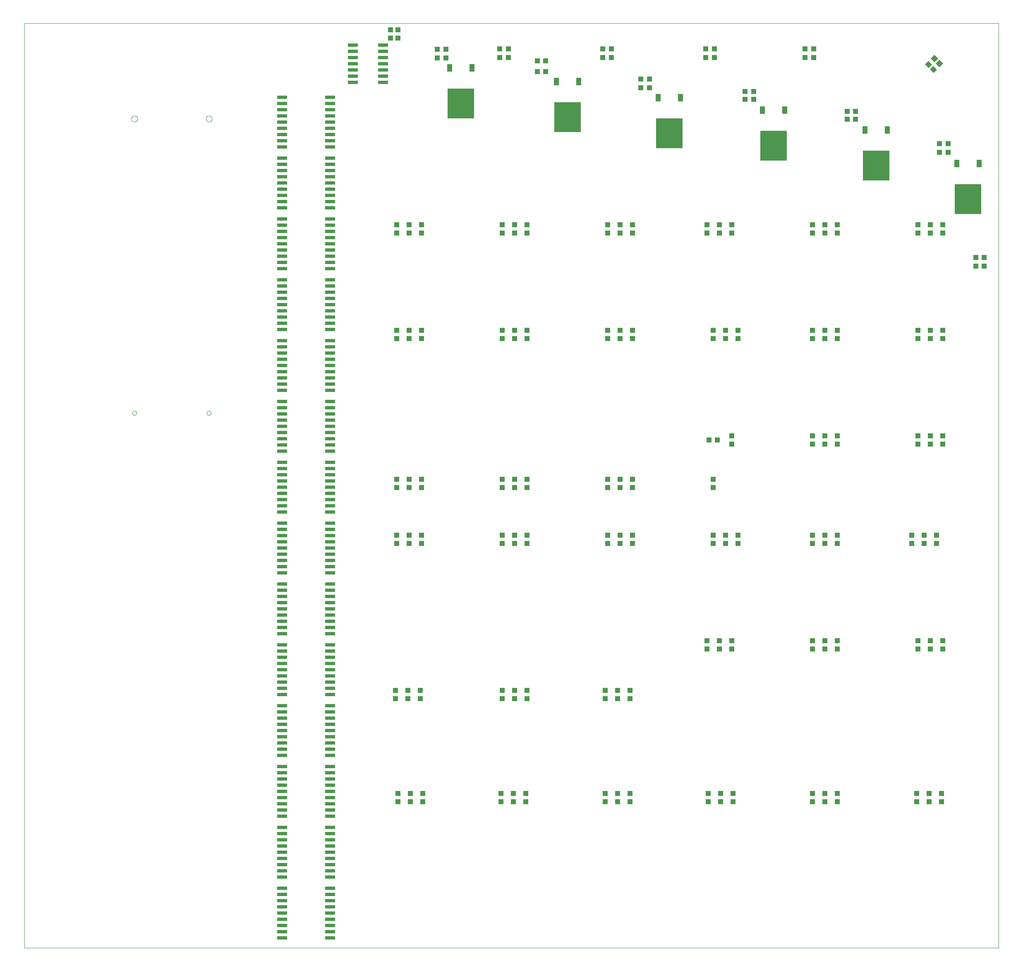
<source format=gtp>
G75*
%MOIN*%
%OFA0B0*%
%FSLAX25Y25*%
%IPPOS*%
%LPD*%
%AMOC8*
5,1,8,0,0,1.08239X$1,22.5*
%
%ADD10C,0.00000*%
%ADD11R,0.04331X0.03937*%
%ADD12R,0.08000X0.02600*%
%ADD13R,0.03937X0.04331*%
%ADD14R,0.21260X0.24409*%
%ADD15R,0.03937X0.06299*%
%ADD16R,0.04134X0.04252*%
%ADD17R,0.04252X0.04134*%
D10*
X0001800Y0001800D02*
X0001800Y0746548D01*
X0786879Y0746548D01*
X0786879Y0001800D01*
X0001800Y0001800D01*
X0088796Y0432540D02*
X0088798Y0432621D01*
X0088804Y0432703D01*
X0088814Y0432784D01*
X0088828Y0432864D01*
X0088845Y0432943D01*
X0088867Y0433022D01*
X0088892Y0433099D01*
X0088921Y0433176D01*
X0088954Y0433250D01*
X0088991Y0433323D01*
X0089030Y0433394D01*
X0089074Y0433463D01*
X0089120Y0433530D01*
X0089170Y0433594D01*
X0089223Y0433656D01*
X0089279Y0433716D01*
X0089337Y0433772D01*
X0089399Y0433826D01*
X0089463Y0433877D01*
X0089529Y0433924D01*
X0089597Y0433968D01*
X0089668Y0434009D01*
X0089740Y0434046D01*
X0089815Y0434080D01*
X0089890Y0434110D01*
X0089968Y0434136D01*
X0090046Y0434159D01*
X0090125Y0434177D01*
X0090205Y0434192D01*
X0090286Y0434203D01*
X0090367Y0434210D01*
X0090449Y0434213D01*
X0090530Y0434212D01*
X0090611Y0434207D01*
X0090692Y0434198D01*
X0090773Y0434185D01*
X0090853Y0434168D01*
X0090931Y0434148D01*
X0091009Y0434123D01*
X0091086Y0434095D01*
X0091161Y0434063D01*
X0091234Y0434028D01*
X0091305Y0433989D01*
X0091375Y0433946D01*
X0091442Y0433901D01*
X0091508Y0433852D01*
X0091570Y0433800D01*
X0091630Y0433744D01*
X0091687Y0433686D01*
X0091742Y0433626D01*
X0091793Y0433562D01*
X0091841Y0433497D01*
X0091886Y0433429D01*
X0091928Y0433359D01*
X0091966Y0433287D01*
X0092001Y0433213D01*
X0092032Y0433138D01*
X0092059Y0433061D01*
X0092082Y0432983D01*
X0092102Y0432904D01*
X0092118Y0432824D01*
X0092130Y0432743D01*
X0092138Y0432662D01*
X0092142Y0432581D01*
X0092142Y0432499D01*
X0092138Y0432418D01*
X0092130Y0432337D01*
X0092118Y0432256D01*
X0092102Y0432176D01*
X0092082Y0432097D01*
X0092059Y0432019D01*
X0092032Y0431942D01*
X0092001Y0431867D01*
X0091966Y0431793D01*
X0091928Y0431721D01*
X0091886Y0431651D01*
X0091841Y0431583D01*
X0091793Y0431518D01*
X0091742Y0431454D01*
X0091687Y0431394D01*
X0091630Y0431336D01*
X0091570Y0431280D01*
X0091508Y0431228D01*
X0091442Y0431179D01*
X0091375Y0431134D01*
X0091306Y0431091D01*
X0091234Y0431052D01*
X0091161Y0431017D01*
X0091086Y0430985D01*
X0091009Y0430957D01*
X0090931Y0430932D01*
X0090853Y0430912D01*
X0090773Y0430895D01*
X0090692Y0430882D01*
X0090611Y0430873D01*
X0090530Y0430868D01*
X0090449Y0430867D01*
X0090367Y0430870D01*
X0090286Y0430877D01*
X0090205Y0430888D01*
X0090125Y0430903D01*
X0090046Y0430921D01*
X0089968Y0430944D01*
X0089890Y0430970D01*
X0089815Y0431000D01*
X0089740Y0431034D01*
X0089668Y0431071D01*
X0089597Y0431112D01*
X0089529Y0431156D01*
X0089463Y0431203D01*
X0089399Y0431254D01*
X0089337Y0431308D01*
X0089279Y0431364D01*
X0089223Y0431424D01*
X0089170Y0431486D01*
X0089120Y0431550D01*
X0089074Y0431617D01*
X0089030Y0431686D01*
X0088991Y0431757D01*
X0088954Y0431830D01*
X0088921Y0431904D01*
X0088892Y0431981D01*
X0088867Y0432058D01*
X0088845Y0432137D01*
X0088828Y0432216D01*
X0088814Y0432296D01*
X0088804Y0432377D01*
X0088798Y0432459D01*
X0088796Y0432540D01*
X0148796Y0432540D02*
X0148798Y0432621D01*
X0148804Y0432703D01*
X0148814Y0432784D01*
X0148828Y0432864D01*
X0148845Y0432943D01*
X0148867Y0433022D01*
X0148892Y0433099D01*
X0148921Y0433176D01*
X0148954Y0433250D01*
X0148991Y0433323D01*
X0149030Y0433394D01*
X0149074Y0433463D01*
X0149120Y0433530D01*
X0149170Y0433594D01*
X0149223Y0433656D01*
X0149279Y0433716D01*
X0149337Y0433772D01*
X0149399Y0433826D01*
X0149463Y0433877D01*
X0149529Y0433924D01*
X0149597Y0433968D01*
X0149668Y0434009D01*
X0149740Y0434046D01*
X0149815Y0434080D01*
X0149890Y0434110D01*
X0149968Y0434136D01*
X0150046Y0434159D01*
X0150125Y0434177D01*
X0150205Y0434192D01*
X0150286Y0434203D01*
X0150367Y0434210D01*
X0150449Y0434213D01*
X0150530Y0434212D01*
X0150611Y0434207D01*
X0150692Y0434198D01*
X0150773Y0434185D01*
X0150853Y0434168D01*
X0150931Y0434148D01*
X0151009Y0434123D01*
X0151086Y0434095D01*
X0151161Y0434063D01*
X0151234Y0434028D01*
X0151305Y0433989D01*
X0151375Y0433946D01*
X0151442Y0433901D01*
X0151508Y0433852D01*
X0151570Y0433800D01*
X0151630Y0433744D01*
X0151687Y0433686D01*
X0151742Y0433626D01*
X0151793Y0433562D01*
X0151841Y0433497D01*
X0151886Y0433429D01*
X0151928Y0433359D01*
X0151966Y0433287D01*
X0152001Y0433213D01*
X0152032Y0433138D01*
X0152059Y0433061D01*
X0152082Y0432983D01*
X0152102Y0432904D01*
X0152118Y0432824D01*
X0152130Y0432743D01*
X0152138Y0432662D01*
X0152142Y0432581D01*
X0152142Y0432499D01*
X0152138Y0432418D01*
X0152130Y0432337D01*
X0152118Y0432256D01*
X0152102Y0432176D01*
X0152082Y0432097D01*
X0152059Y0432019D01*
X0152032Y0431942D01*
X0152001Y0431867D01*
X0151966Y0431793D01*
X0151928Y0431721D01*
X0151886Y0431651D01*
X0151841Y0431583D01*
X0151793Y0431518D01*
X0151742Y0431454D01*
X0151687Y0431394D01*
X0151630Y0431336D01*
X0151570Y0431280D01*
X0151508Y0431228D01*
X0151442Y0431179D01*
X0151375Y0431134D01*
X0151306Y0431091D01*
X0151234Y0431052D01*
X0151161Y0431017D01*
X0151086Y0430985D01*
X0151009Y0430957D01*
X0150931Y0430932D01*
X0150853Y0430912D01*
X0150773Y0430895D01*
X0150692Y0430882D01*
X0150611Y0430873D01*
X0150530Y0430868D01*
X0150449Y0430867D01*
X0150367Y0430870D01*
X0150286Y0430877D01*
X0150205Y0430888D01*
X0150125Y0430903D01*
X0150046Y0430921D01*
X0149968Y0430944D01*
X0149890Y0430970D01*
X0149815Y0431000D01*
X0149740Y0431034D01*
X0149668Y0431071D01*
X0149597Y0431112D01*
X0149529Y0431156D01*
X0149463Y0431203D01*
X0149399Y0431254D01*
X0149337Y0431308D01*
X0149279Y0431364D01*
X0149223Y0431424D01*
X0149170Y0431486D01*
X0149120Y0431550D01*
X0149074Y0431617D01*
X0149030Y0431686D01*
X0148991Y0431757D01*
X0148954Y0431830D01*
X0148921Y0431904D01*
X0148892Y0431981D01*
X0148867Y0432058D01*
X0148845Y0432137D01*
X0148828Y0432216D01*
X0148814Y0432296D01*
X0148804Y0432377D01*
X0148798Y0432459D01*
X0148796Y0432540D01*
X0148008Y0669548D02*
X0148010Y0669647D01*
X0148016Y0669746D01*
X0148026Y0669845D01*
X0148040Y0669943D01*
X0148058Y0670040D01*
X0148080Y0670137D01*
X0148105Y0670233D01*
X0148135Y0670327D01*
X0148168Y0670421D01*
X0148205Y0670513D01*
X0148246Y0670603D01*
X0148290Y0670692D01*
X0148338Y0670778D01*
X0148389Y0670863D01*
X0148444Y0670946D01*
X0148502Y0671026D01*
X0148563Y0671104D01*
X0148627Y0671180D01*
X0148694Y0671253D01*
X0148764Y0671323D01*
X0148837Y0671390D01*
X0148913Y0671454D01*
X0148991Y0671515D01*
X0149071Y0671573D01*
X0149154Y0671628D01*
X0149238Y0671679D01*
X0149325Y0671727D01*
X0149414Y0671771D01*
X0149504Y0671812D01*
X0149596Y0671849D01*
X0149690Y0671882D01*
X0149784Y0671912D01*
X0149880Y0671937D01*
X0149977Y0671959D01*
X0150074Y0671977D01*
X0150172Y0671991D01*
X0150271Y0672001D01*
X0150370Y0672007D01*
X0150469Y0672009D01*
X0150568Y0672007D01*
X0150667Y0672001D01*
X0150766Y0671991D01*
X0150864Y0671977D01*
X0150961Y0671959D01*
X0151058Y0671937D01*
X0151154Y0671912D01*
X0151248Y0671882D01*
X0151342Y0671849D01*
X0151434Y0671812D01*
X0151524Y0671771D01*
X0151613Y0671727D01*
X0151699Y0671679D01*
X0151784Y0671628D01*
X0151867Y0671573D01*
X0151947Y0671515D01*
X0152025Y0671454D01*
X0152101Y0671390D01*
X0152174Y0671323D01*
X0152244Y0671253D01*
X0152311Y0671180D01*
X0152375Y0671104D01*
X0152436Y0671026D01*
X0152494Y0670946D01*
X0152549Y0670863D01*
X0152600Y0670779D01*
X0152648Y0670692D01*
X0152692Y0670603D01*
X0152733Y0670513D01*
X0152770Y0670421D01*
X0152803Y0670327D01*
X0152833Y0670233D01*
X0152858Y0670137D01*
X0152880Y0670040D01*
X0152898Y0669943D01*
X0152912Y0669845D01*
X0152922Y0669746D01*
X0152928Y0669647D01*
X0152930Y0669548D01*
X0152928Y0669449D01*
X0152922Y0669350D01*
X0152912Y0669251D01*
X0152898Y0669153D01*
X0152880Y0669056D01*
X0152858Y0668959D01*
X0152833Y0668863D01*
X0152803Y0668769D01*
X0152770Y0668675D01*
X0152733Y0668583D01*
X0152692Y0668493D01*
X0152648Y0668404D01*
X0152600Y0668318D01*
X0152549Y0668233D01*
X0152494Y0668150D01*
X0152436Y0668070D01*
X0152375Y0667992D01*
X0152311Y0667916D01*
X0152244Y0667843D01*
X0152174Y0667773D01*
X0152101Y0667706D01*
X0152025Y0667642D01*
X0151947Y0667581D01*
X0151867Y0667523D01*
X0151784Y0667468D01*
X0151700Y0667417D01*
X0151613Y0667369D01*
X0151524Y0667325D01*
X0151434Y0667284D01*
X0151342Y0667247D01*
X0151248Y0667214D01*
X0151154Y0667184D01*
X0151058Y0667159D01*
X0150961Y0667137D01*
X0150864Y0667119D01*
X0150766Y0667105D01*
X0150667Y0667095D01*
X0150568Y0667089D01*
X0150469Y0667087D01*
X0150370Y0667089D01*
X0150271Y0667095D01*
X0150172Y0667105D01*
X0150074Y0667119D01*
X0149977Y0667137D01*
X0149880Y0667159D01*
X0149784Y0667184D01*
X0149690Y0667214D01*
X0149596Y0667247D01*
X0149504Y0667284D01*
X0149414Y0667325D01*
X0149325Y0667369D01*
X0149239Y0667417D01*
X0149154Y0667468D01*
X0149071Y0667523D01*
X0148991Y0667581D01*
X0148913Y0667642D01*
X0148837Y0667706D01*
X0148764Y0667773D01*
X0148694Y0667843D01*
X0148627Y0667916D01*
X0148563Y0667992D01*
X0148502Y0668070D01*
X0148444Y0668150D01*
X0148389Y0668233D01*
X0148338Y0668317D01*
X0148290Y0668404D01*
X0148246Y0668493D01*
X0148205Y0668583D01*
X0148168Y0668675D01*
X0148135Y0668769D01*
X0148105Y0668863D01*
X0148080Y0668959D01*
X0148058Y0669056D01*
X0148040Y0669153D01*
X0148026Y0669251D01*
X0148016Y0669350D01*
X0148010Y0669449D01*
X0148008Y0669548D01*
X0088008Y0669548D02*
X0088010Y0669647D01*
X0088016Y0669746D01*
X0088026Y0669845D01*
X0088040Y0669943D01*
X0088058Y0670040D01*
X0088080Y0670137D01*
X0088105Y0670233D01*
X0088135Y0670327D01*
X0088168Y0670421D01*
X0088205Y0670513D01*
X0088246Y0670603D01*
X0088290Y0670692D01*
X0088338Y0670778D01*
X0088389Y0670863D01*
X0088444Y0670946D01*
X0088502Y0671026D01*
X0088563Y0671104D01*
X0088627Y0671180D01*
X0088694Y0671253D01*
X0088764Y0671323D01*
X0088837Y0671390D01*
X0088913Y0671454D01*
X0088991Y0671515D01*
X0089071Y0671573D01*
X0089154Y0671628D01*
X0089238Y0671679D01*
X0089325Y0671727D01*
X0089414Y0671771D01*
X0089504Y0671812D01*
X0089596Y0671849D01*
X0089690Y0671882D01*
X0089784Y0671912D01*
X0089880Y0671937D01*
X0089977Y0671959D01*
X0090074Y0671977D01*
X0090172Y0671991D01*
X0090271Y0672001D01*
X0090370Y0672007D01*
X0090469Y0672009D01*
X0090568Y0672007D01*
X0090667Y0672001D01*
X0090766Y0671991D01*
X0090864Y0671977D01*
X0090961Y0671959D01*
X0091058Y0671937D01*
X0091154Y0671912D01*
X0091248Y0671882D01*
X0091342Y0671849D01*
X0091434Y0671812D01*
X0091524Y0671771D01*
X0091613Y0671727D01*
X0091699Y0671679D01*
X0091784Y0671628D01*
X0091867Y0671573D01*
X0091947Y0671515D01*
X0092025Y0671454D01*
X0092101Y0671390D01*
X0092174Y0671323D01*
X0092244Y0671253D01*
X0092311Y0671180D01*
X0092375Y0671104D01*
X0092436Y0671026D01*
X0092494Y0670946D01*
X0092549Y0670863D01*
X0092600Y0670779D01*
X0092648Y0670692D01*
X0092692Y0670603D01*
X0092733Y0670513D01*
X0092770Y0670421D01*
X0092803Y0670327D01*
X0092833Y0670233D01*
X0092858Y0670137D01*
X0092880Y0670040D01*
X0092898Y0669943D01*
X0092912Y0669845D01*
X0092922Y0669746D01*
X0092928Y0669647D01*
X0092930Y0669548D01*
X0092928Y0669449D01*
X0092922Y0669350D01*
X0092912Y0669251D01*
X0092898Y0669153D01*
X0092880Y0669056D01*
X0092858Y0668959D01*
X0092833Y0668863D01*
X0092803Y0668769D01*
X0092770Y0668675D01*
X0092733Y0668583D01*
X0092692Y0668493D01*
X0092648Y0668404D01*
X0092600Y0668318D01*
X0092549Y0668233D01*
X0092494Y0668150D01*
X0092436Y0668070D01*
X0092375Y0667992D01*
X0092311Y0667916D01*
X0092244Y0667843D01*
X0092174Y0667773D01*
X0092101Y0667706D01*
X0092025Y0667642D01*
X0091947Y0667581D01*
X0091867Y0667523D01*
X0091784Y0667468D01*
X0091700Y0667417D01*
X0091613Y0667369D01*
X0091524Y0667325D01*
X0091434Y0667284D01*
X0091342Y0667247D01*
X0091248Y0667214D01*
X0091154Y0667184D01*
X0091058Y0667159D01*
X0090961Y0667137D01*
X0090864Y0667119D01*
X0090766Y0667105D01*
X0090667Y0667095D01*
X0090568Y0667089D01*
X0090469Y0667087D01*
X0090370Y0667089D01*
X0090271Y0667095D01*
X0090172Y0667105D01*
X0090074Y0667119D01*
X0089977Y0667137D01*
X0089880Y0667159D01*
X0089784Y0667184D01*
X0089690Y0667214D01*
X0089596Y0667247D01*
X0089504Y0667284D01*
X0089414Y0667325D01*
X0089325Y0667369D01*
X0089239Y0667417D01*
X0089154Y0667468D01*
X0089071Y0667523D01*
X0088991Y0667581D01*
X0088913Y0667642D01*
X0088837Y0667706D01*
X0088764Y0667773D01*
X0088694Y0667843D01*
X0088627Y0667916D01*
X0088563Y0667992D01*
X0088502Y0668070D01*
X0088444Y0668150D01*
X0088389Y0668233D01*
X0088338Y0668317D01*
X0088290Y0668404D01*
X0088246Y0668493D01*
X0088205Y0668583D01*
X0088168Y0668675D01*
X0088135Y0668769D01*
X0088105Y0668863D01*
X0088080Y0668959D01*
X0088058Y0669056D01*
X0088040Y0669153D01*
X0088026Y0669251D01*
X0088016Y0669350D01*
X0088010Y0669449D01*
X0088008Y0669548D01*
D11*
X0301800Y0584146D03*
X0301800Y0577454D03*
X0311800Y0577454D03*
X0311800Y0584146D03*
X0321800Y0584146D03*
X0321800Y0577454D03*
X0386800Y0577454D03*
X0386800Y0584146D03*
X0396800Y0584146D03*
X0396800Y0577454D03*
X0406800Y0577454D03*
X0406800Y0584146D03*
X0471800Y0584146D03*
X0471800Y0577454D03*
X0481800Y0577454D03*
X0481800Y0584146D03*
X0491800Y0584146D03*
X0491800Y0577454D03*
X0551800Y0577454D03*
X0551800Y0584146D03*
X0561800Y0584146D03*
X0561800Y0577454D03*
X0571800Y0577454D03*
X0571800Y0584146D03*
X0636800Y0584146D03*
X0636800Y0577454D03*
X0646800Y0577454D03*
X0646800Y0584146D03*
X0656800Y0584146D03*
X0656800Y0577454D03*
X0721800Y0577454D03*
X0721800Y0584146D03*
X0731800Y0584146D03*
X0731800Y0577454D03*
X0741800Y0577454D03*
X0741800Y0584146D03*
X0741800Y0499146D03*
X0741800Y0492454D03*
X0731800Y0492454D03*
X0731800Y0499146D03*
X0721800Y0499146D03*
X0721800Y0492454D03*
X0656800Y0492454D03*
X0656800Y0499146D03*
X0646800Y0499146D03*
X0646800Y0492454D03*
X0636800Y0492454D03*
X0636800Y0499146D03*
X0576800Y0499146D03*
X0576800Y0492454D03*
X0566800Y0492454D03*
X0566800Y0499146D03*
X0556800Y0499146D03*
X0556800Y0492454D03*
X0491800Y0492454D03*
X0491800Y0499146D03*
X0481800Y0499146D03*
X0481800Y0492454D03*
X0471800Y0492454D03*
X0471800Y0499146D03*
X0406800Y0499146D03*
X0406800Y0492454D03*
X0396800Y0492454D03*
X0396800Y0499146D03*
X0386800Y0499146D03*
X0386800Y0492454D03*
X0321800Y0492454D03*
X0321800Y0499146D03*
X0311800Y0499146D03*
X0311800Y0492454D03*
X0301800Y0492454D03*
X0301800Y0499146D03*
X0301800Y0379146D03*
X0301800Y0372454D03*
X0311800Y0372454D03*
X0311800Y0379146D03*
X0321800Y0379146D03*
X0321800Y0372454D03*
X0321800Y0334146D03*
X0321800Y0327454D03*
X0311800Y0327454D03*
X0311800Y0334146D03*
X0301800Y0334146D03*
X0301800Y0327454D03*
X0386800Y0327454D03*
X0386800Y0334146D03*
X0396800Y0334146D03*
X0396800Y0327454D03*
X0406800Y0327454D03*
X0406800Y0334146D03*
X0406800Y0372454D03*
X0406800Y0379146D03*
X0396800Y0379146D03*
X0396800Y0372454D03*
X0386800Y0372454D03*
X0386800Y0379146D03*
X0471800Y0379146D03*
X0471800Y0372454D03*
X0481800Y0372454D03*
X0481800Y0379146D03*
X0491800Y0379146D03*
X0491800Y0372454D03*
X0491800Y0334146D03*
X0491800Y0327454D03*
X0481800Y0327454D03*
X0481800Y0334146D03*
X0471800Y0334146D03*
X0471800Y0327454D03*
X0556800Y0327454D03*
X0556800Y0334146D03*
X0566800Y0334146D03*
X0566800Y0327454D03*
X0576800Y0327454D03*
X0576800Y0334146D03*
X0556800Y0372454D03*
X0556800Y0379146D03*
X0571800Y0407454D03*
X0571800Y0414146D03*
X0636800Y0414146D03*
X0636800Y0407454D03*
X0646800Y0407454D03*
X0646800Y0414146D03*
X0656800Y0414146D03*
X0656800Y0407454D03*
X0721800Y0407454D03*
X0721800Y0414146D03*
X0731800Y0414146D03*
X0731800Y0407454D03*
X0741800Y0407454D03*
X0741800Y0414146D03*
X0736800Y0334146D03*
X0736800Y0327454D03*
X0726800Y0327454D03*
X0726800Y0334146D03*
X0716800Y0334146D03*
X0716800Y0327454D03*
X0656800Y0327454D03*
X0656800Y0334146D03*
X0646800Y0334146D03*
X0646800Y0327454D03*
X0636800Y0327454D03*
X0636800Y0334146D03*
X0636800Y0249146D03*
X0636800Y0242454D03*
X0646800Y0242454D03*
X0646800Y0249146D03*
X0656800Y0249146D03*
X0656800Y0242454D03*
X0721800Y0242454D03*
X0721800Y0249146D03*
X0731800Y0249146D03*
X0731800Y0242454D03*
X0741800Y0242454D03*
X0741800Y0249146D03*
X0740800Y0126146D03*
X0740800Y0119454D03*
X0730800Y0119454D03*
X0730800Y0126146D03*
X0720800Y0126146D03*
X0720800Y0119454D03*
X0656800Y0119454D03*
X0656800Y0126146D03*
X0646800Y0126146D03*
X0646800Y0119454D03*
X0636800Y0119454D03*
X0636800Y0126146D03*
X0572800Y0126146D03*
X0572800Y0119454D03*
X0562800Y0119454D03*
X0562800Y0126146D03*
X0552800Y0126146D03*
X0552800Y0119454D03*
X0489800Y0119454D03*
X0489800Y0126146D03*
X0479800Y0126146D03*
X0479800Y0119454D03*
X0469800Y0119454D03*
X0469800Y0126146D03*
X0405800Y0126146D03*
X0405800Y0119454D03*
X0395800Y0119454D03*
X0395800Y0126146D03*
X0385800Y0126146D03*
X0385800Y0119454D03*
X0322800Y0119454D03*
X0322800Y0126146D03*
X0312800Y0126146D03*
X0312800Y0119454D03*
X0302800Y0119454D03*
X0302800Y0126146D03*
X0300800Y0202454D03*
X0300800Y0209146D03*
X0310800Y0209146D03*
X0310800Y0202454D03*
X0320800Y0202454D03*
X0320800Y0209146D03*
X0386800Y0209146D03*
X0386800Y0202454D03*
X0396800Y0202454D03*
X0396800Y0209146D03*
X0406800Y0209146D03*
X0406800Y0202454D03*
X0469800Y0202454D03*
X0469800Y0209146D03*
X0479800Y0209146D03*
X0479800Y0202454D03*
X0489800Y0202454D03*
X0489800Y0209146D03*
X0551800Y0242454D03*
X0551800Y0249146D03*
X0561800Y0249146D03*
X0561800Y0242454D03*
X0571800Y0242454D03*
X0571800Y0249146D03*
D12*
X0248100Y0245800D03*
X0248100Y0240800D03*
X0248100Y0235800D03*
X0248100Y0230800D03*
X0248100Y0225800D03*
X0248100Y0220800D03*
X0248100Y0215800D03*
X0248100Y0210800D03*
X0248100Y0205800D03*
X0248100Y0196800D03*
X0248100Y0191800D03*
X0248100Y0186800D03*
X0248100Y0181800D03*
X0248100Y0176800D03*
X0248100Y0171800D03*
X0248100Y0166800D03*
X0248100Y0161800D03*
X0248100Y0156800D03*
X0248100Y0147800D03*
X0248100Y0142800D03*
X0248100Y0137800D03*
X0248100Y0132800D03*
X0248100Y0127800D03*
X0248100Y0122800D03*
X0248100Y0117800D03*
X0248100Y0112800D03*
X0248100Y0107800D03*
X0248100Y0098800D03*
X0248100Y0093800D03*
X0248100Y0088800D03*
X0248100Y0083800D03*
X0248100Y0078800D03*
X0248100Y0073800D03*
X0248100Y0068800D03*
X0248100Y0063800D03*
X0248100Y0058800D03*
X0248100Y0049800D03*
X0248100Y0044800D03*
X0248100Y0039800D03*
X0248100Y0034800D03*
X0248100Y0029800D03*
X0248100Y0024800D03*
X0248100Y0019800D03*
X0248100Y0014800D03*
X0248100Y0009800D03*
X0209500Y0009800D03*
X0209500Y0014800D03*
X0209500Y0019800D03*
X0209500Y0024800D03*
X0209500Y0029800D03*
X0209500Y0034800D03*
X0209500Y0039800D03*
X0209500Y0044800D03*
X0209500Y0049800D03*
X0209500Y0058800D03*
X0209500Y0063800D03*
X0209500Y0068800D03*
X0209500Y0073800D03*
X0209500Y0078800D03*
X0209500Y0083800D03*
X0209500Y0088800D03*
X0209500Y0093800D03*
X0209500Y0098800D03*
X0209500Y0107800D03*
X0209500Y0112800D03*
X0209500Y0117800D03*
X0209500Y0122800D03*
X0209500Y0127800D03*
X0209500Y0132800D03*
X0209500Y0137800D03*
X0209500Y0142800D03*
X0209500Y0147800D03*
X0209500Y0156800D03*
X0209500Y0161800D03*
X0209500Y0166800D03*
X0209500Y0171800D03*
X0209500Y0176800D03*
X0209500Y0181800D03*
X0209500Y0186800D03*
X0209500Y0191800D03*
X0209500Y0196800D03*
X0209500Y0205800D03*
X0209500Y0210800D03*
X0209500Y0215800D03*
X0209500Y0220800D03*
X0209500Y0225800D03*
X0209500Y0230800D03*
X0209500Y0235800D03*
X0209500Y0240800D03*
X0209500Y0245800D03*
X0209500Y0254800D03*
X0209500Y0259800D03*
X0209500Y0264800D03*
X0209500Y0269800D03*
X0209500Y0274800D03*
X0209500Y0279800D03*
X0209500Y0284800D03*
X0209500Y0289800D03*
X0209500Y0294800D03*
X0209500Y0303800D03*
X0209500Y0308800D03*
X0209500Y0313800D03*
X0209500Y0318800D03*
X0209500Y0323800D03*
X0209500Y0328800D03*
X0209500Y0333800D03*
X0209500Y0338800D03*
X0209500Y0343800D03*
X0209500Y0352800D03*
X0209500Y0357800D03*
X0209500Y0362800D03*
X0209500Y0367800D03*
X0209500Y0372800D03*
X0209500Y0377800D03*
X0209500Y0382800D03*
X0209500Y0387800D03*
X0209500Y0392800D03*
X0209500Y0401800D03*
X0209500Y0406800D03*
X0209500Y0411800D03*
X0209500Y0416800D03*
X0209500Y0421800D03*
X0209500Y0426800D03*
X0209500Y0431800D03*
X0209500Y0436800D03*
X0209500Y0441800D03*
X0209500Y0450800D03*
X0209500Y0455800D03*
X0209500Y0460800D03*
X0209500Y0465800D03*
X0209500Y0470800D03*
X0209500Y0475800D03*
X0209500Y0480800D03*
X0209500Y0485800D03*
X0209500Y0490800D03*
X0209500Y0499800D03*
X0209500Y0504800D03*
X0209500Y0509800D03*
X0209500Y0514800D03*
X0209500Y0519800D03*
X0209500Y0524800D03*
X0209500Y0529800D03*
X0209500Y0534800D03*
X0209500Y0539800D03*
X0209500Y0548800D03*
X0209500Y0553800D03*
X0209500Y0558800D03*
X0209500Y0563800D03*
X0209500Y0568800D03*
X0209500Y0573800D03*
X0209500Y0578800D03*
X0209500Y0583800D03*
X0209500Y0588800D03*
X0209500Y0597800D03*
X0209500Y0602800D03*
X0209500Y0607800D03*
X0209500Y0612800D03*
X0209500Y0617800D03*
X0209500Y0622800D03*
X0209500Y0627800D03*
X0209500Y0632800D03*
X0209500Y0637800D03*
X0209500Y0646800D03*
X0209500Y0651800D03*
X0209500Y0656800D03*
X0209500Y0661800D03*
X0209500Y0666800D03*
X0209500Y0671800D03*
X0209500Y0676800D03*
X0209500Y0681800D03*
X0209500Y0686800D03*
X0248100Y0686800D03*
X0248100Y0681800D03*
X0248100Y0676800D03*
X0248100Y0671800D03*
X0248100Y0666800D03*
X0248100Y0661800D03*
X0248100Y0656800D03*
X0248100Y0651800D03*
X0248100Y0646800D03*
X0248100Y0637800D03*
X0248100Y0632800D03*
X0248100Y0627800D03*
X0248100Y0622800D03*
X0248100Y0617800D03*
X0248100Y0612800D03*
X0248100Y0607800D03*
X0248100Y0602800D03*
X0248100Y0597800D03*
X0248100Y0588800D03*
X0248100Y0583800D03*
X0248100Y0578800D03*
X0248100Y0573800D03*
X0248100Y0568800D03*
X0248100Y0563800D03*
X0248100Y0558800D03*
X0248100Y0553800D03*
X0248100Y0548800D03*
X0248100Y0539800D03*
X0248100Y0534800D03*
X0248100Y0529800D03*
X0248100Y0524800D03*
X0248100Y0519800D03*
X0248100Y0514800D03*
X0248100Y0509800D03*
X0248100Y0504800D03*
X0248100Y0499800D03*
X0248100Y0490800D03*
X0248100Y0485800D03*
X0248100Y0480800D03*
X0248100Y0475800D03*
X0248100Y0470800D03*
X0248100Y0465800D03*
X0248100Y0460800D03*
X0248100Y0455800D03*
X0248100Y0450800D03*
X0248100Y0441800D03*
X0248100Y0436800D03*
X0248100Y0431800D03*
X0248100Y0426800D03*
X0248100Y0421800D03*
X0248100Y0416800D03*
X0248100Y0411800D03*
X0248100Y0406800D03*
X0248100Y0401800D03*
X0248100Y0392800D03*
X0248100Y0387800D03*
X0248100Y0382800D03*
X0248100Y0377800D03*
X0248100Y0372800D03*
X0248100Y0367800D03*
X0248100Y0362800D03*
X0248100Y0357800D03*
X0248100Y0352800D03*
X0248100Y0343800D03*
X0248100Y0338800D03*
X0248100Y0333800D03*
X0248100Y0328800D03*
X0248100Y0323800D03*
X0248100Y0318800D03*
X0248100Y0313800D03*
X0248100Y0308800D03*
X0248100Y0303800D03*
X0248100Y0294800D03*
X0248100Y0289800D03*
X0248100Y0284800D03*
X0248100Y0279800D03*
X0248100Y0274800D03*
X0248100Y0269800D03*
X0248100Y0264800D03*
X0248100Y0259800D03*
X0248100Y0254800D03*
X0266606Y0698816D03*
X0266606Y0703816D03*
X0266606Y0708816D03*
X0266606Y0713816D03*
X0266606Y0718816D03*
X0266606Y0723816D03*
X0266606Y0728816D03*
X0290806Y0728816D03*
X0290806Y0723816D03*
X0290806Y0718816D03*
X0290806Y0713816D03*
X0290806Y0708816D03*
X0290806Y0703816D03*
X0290806Y0698816D03*
D13*
X0553454Y0410800D03*
X0560146Y0410800D03*
D14*
X0762186Y0604792D03*
X0688186Y0631792D03*
X0605485Y0647800D03*
X0521485Y0657800D03*
X0439485Y0670800D03*
X0353485Y0681800D03*
D15*
X0344509Y0710540D03*
X0362461Y0710540D03*
X0430509Y0699540D03*
X0448461Y0699540D03*
X0512509Y0686540D03*
X0530461Y0686540D03*
X0596509Y0676540D03*
X0614461Y0676540D03*
X0679209Y0660532D03*
X0697162Y0660532D03*
X0753209Y0633532D03*
X0771162Y0633532D03*
D16*
X0746131Y0642635D03*
X0739241Y0642635D03*
X0739241Y0649635D03*
X0746131Y0649635D03*
G36*
X0731400Y0709405D02*
X0734323Y0712328D01*
X0737328Y0709323D01*
X0734405Y0706400D01*
X0731400Y0709405D01*
G37*
G36*
X0727400Y0713405D02*
X0730323Y0716328D01*
X0733328Y0713323D01*
X0730405Y0710400D01*
X0727400Y0713405D01*
G37*
G36*
X0732272Y0718277D02*
X0735195Y0721200D01*
X0738200Y0718195D01*
X0735277Y0715272D01*
X0732272Y0718277D01*
G37*
G36*
X0736272Y0714277D02*
X0739195Y0717200D01*
X0742200Y0714195D01*
X0739277Y0711272D01*
X0736272Y0714277D01*
G37*
X0671631Y0675635D03*
X0671631Y0669135D03*
X0664741Y0669135D03*
X0664741Y0675635D03*
X0589430Y0685143D03*
X0589430Y0691643D03*
X0582540Y0691643D03*
X0582540Y0685143D03*
X0505430Y0694643D03*
X0498540Y0694643D03*
X0498540Y0701643D03*
X0505430Y0701643D03*
X0421930Y0707643D03*
X0415040Y0707643D03*
X0415040Y0716143D03*
X0421930Y0716143D03*
X0341430Y0718643D03*
X0334540Y0718643D03*
X0334540Y0725643D03*
X0341430Y0725643D03*
X0768355Y0557800D03*
X0775245Y0557800D03*
X0775245Y0550800D03*
X0768355Y0550800D03*
D17*
X0637800Y0718855D03*
X0637800Y0725745D03*
X0630800Y0725745D03*
X0630800Y0718855D03*
X0557800Y0718855D03*
X0557800Y0725745D03*
X0550800Y0725745D03*
X0550800Y0718855D03*
X0474800Y0718855D03*
X0474800Y0725745D03*
X0467800Y0725745D03*
X0467800Y0718855D03*
X0391800Y0718855D03*
X0391800Y0725745D03*
X0384800Y0725745D03*
X0384800Y0718855D03*
X0302800Y0734355D03*
X0296800Y0734355D03*
X0296800Y0741245D03*
X0302800Y0741245D03*
M02*

</source>
